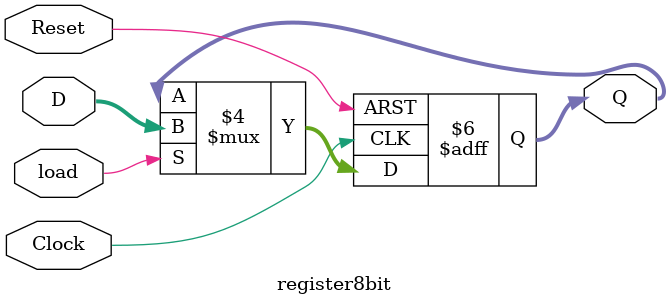
<source format=v>
module register8bit #(parameter SIZE = 8)(Q,D,load,Clock,Reset);
	
	output reg [SIZE-1:0] Q;
	input [SIZE-1:0] D;
	input load, Clock, Reset;
	

 always @(posedge Clock , negedge Reset) begin

 if (!Reset) 
	Q <= 0;
 else begin 
  if (load) 
	Q <= D;
	else 
	Q <= Q;
	end
end	

endmodule

</source>
